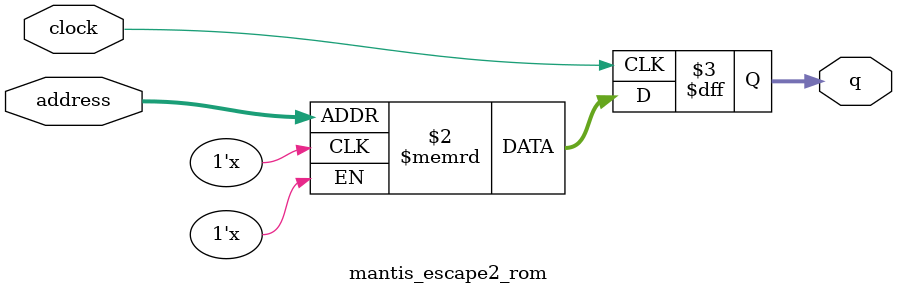
<source format=sv>
module mantis_escape2_rom (
	input logic clock,
	input logic [13:0] address,
	output logic [2:0] q
);

logic [2:0] memory [0:11199] /* synthesis ram_init_file = "./mantis_escape2/mantis_escape2.mif" */;

always_ff @ (posedge clock) begin
	q <= memory[address];
end

endmodule

</source>
